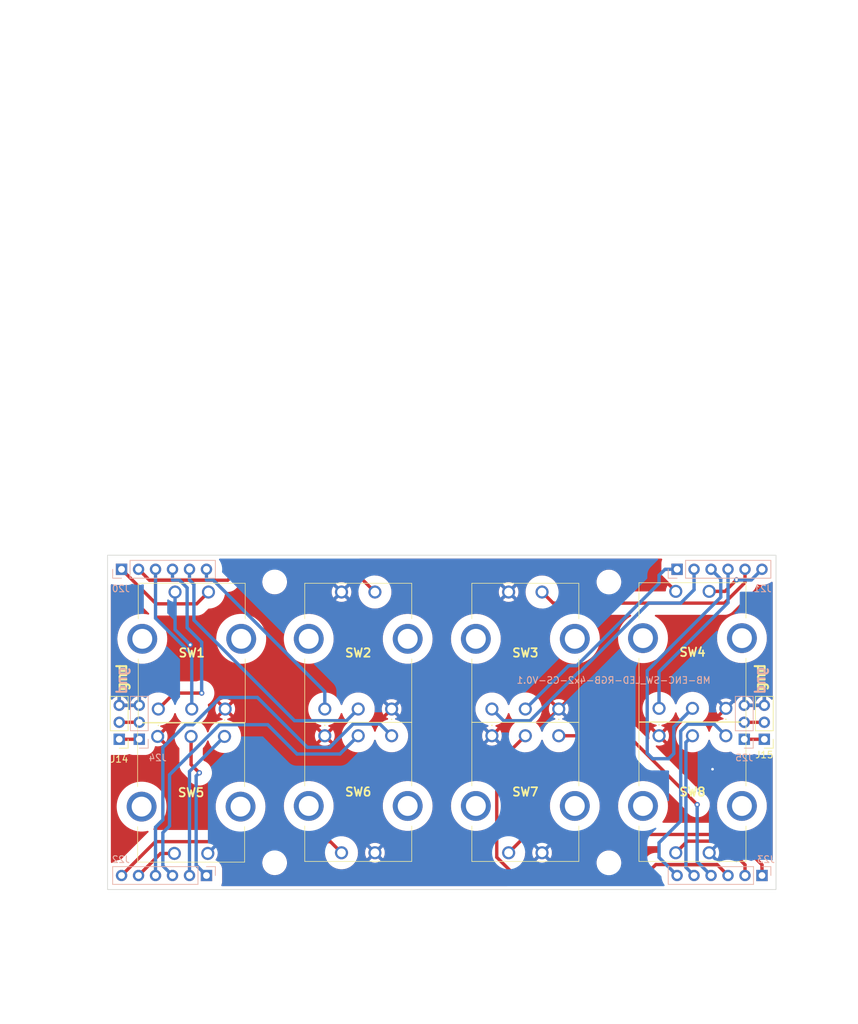
<source format=kicad_pcb>
(kicad_pcb (version 20221018) (generator pcbnew)
  (layers (0 "F.Cu" signal) (31 "B.Cu" signal) (34 "B.Paste" user) (35 "F.Paste" user) (36 "B.SilkS" user "B.Silkscreen") (37 "F.SilkS" user "F.Silkscreen") (38 "B.Mask" user) (39 "F.Mask" user) (44 "Edge.Cuts" user))
  (net 0 "")
  (net 1 "SW1")
  (net 2 "ENC1A")
  (net 3 "ENC1B")
  (net 4 "SW2")
  (net 5 "ENC2A")
  (net 6 "ENC2B")
  (net 7 "SW3")
  (net 8 "ENC3A")
  (net 9 "ENC3B")
  (net 10 "SW4")
  (net 11 "ENC4A")
  (net 12 "ENC4B")
  (net 13 "GND1")
  (net 14 "Net-(J15-Pin_2)")
  (net 15 "SW5")
  (net 16 "ENC5A")
  (net 17 "ENC5B")
  (net 18 "SW6")
  (net 19 "ENC6A")
  (net 20 "ENC6B")
  (net 21 "SW7")
  (net 22 "ENC7A")
  (net 23 "ENC7B")
  (net 24 "SW8")
  (net 25 "Net-(J14-Pin_2)")
  (net 26 "ENC8B")
  (net 27 "ENC8A")
  (net 28 "Net-(J14-Pin_1)")
  (net 29 "Net-(J15-Pin_1)")
  (footprint "ksir 2022:PEC164120FS0012" (layer "F.Cu") (at 167.5 207 180)
    (fp_text reference "SW7" (at 5 -8.4) (layer "F.SilkS") (effects (font (size 1.27 1.27) (thickness 0.254))))
    (fp_text value "PEC16-4XXXF-SXXXX" hide)
    (fp_line (start -3 -18.8) (end -3 -13.5) (stroke (width 0.1)) (layer "F.SilkS"))
    (fp_line (start -3 -7.5) (end -3 2) (stroke (width 0.1)) (layer "F.SilkS"))
    (fp_line (start -3 2) (end 13 2) (stroke (width 0.1)) (layer "F.SilkS"))
    (fp_line (start 0 2.4) (end 0 2.4) (stroke (width 0.1)) (layer "F.SilkS"))
    (fp_line (start 0 2.5) (end 0 2.5) (stroke (width 0.1)) (layer "F.SilkS"))
    (fp_line (start 13 -18.8) (end -3 -18.8) (stroke (width 0.1)) (layer "F.SilkS"))
    (fp_line (start 13 -13.5) (end 13 -18.8) (stroke (width 0.1)) (layer "F.SilkS"))
    (fp_line (start 13 2) (end 13 -7.5) (stroke (width 0.1)) (layer "F.SilkS"))
    (fp_arc (start 0 2.4) (mid 0.05 2.45) (end 0 2.5) (stroke (width 0.1)) (layer "F.SilkS"))
    (fp_arc (start 0 2.5) (mid -0.05 2.45) (end 0 2.4) (stroke (width 0.1)) (layer "F.SilkS"))
    (pad "A" thru_hole circle (at 0 0 180) (size 1.95 1.95) (drill 1.3) (layers "*.Cu" "*.Mask") (net 22 "ENC7A"))
    (pad "B" thru_hole circle (at 5 0 180) (size 1.95 1.95) (drill 1.3) (layers "*.Cu" "*.Mask") (net 23 "ENC7B"))
    (pad "C" thru_hole circle (at 10 0 180) (size 1.95 1.95) (drill 1.3) (layers "*.Cu" "*.Mask") (net 13 "GND1"))
    (pad "MH1" thru_hole circle (at -2.4 -10.5 180) (size 4.46 4.46) (drill 2.9732) (layers "*.Cu" "*.Mask"))
    (pad "MH2" thru_hole circle (at 12.4 -10.5 180) (size 4.46 4.46) (drill 2.9732) (layers "*.Cu" "*.Mask"))
    (pad "S1" thru_hole circle (at 2.5 -17.5 180) (size 1.95 1.95) (drill 1.3) (layers "*.Cu" "*.Mask") (net 13 "GND1"))
    (pad "S2" thru_hole circle (at 7.5 -17.5 180) (size 1.95 1.95) (drill 1.3) (layers "*.Cu" "*.Mask") (net 21 "SW7"))
  )
  (footprint "MountingHole:MountingHole_3.2mm_M3" (layer "F.Cu") (at 175 184)
    (fp_text reference "H15" hide)
    (fp_text value "MountingHole" hide)
    (pad "" np_thru_hole circle (at 0 0) (size 3.2 3.2) (drill 3.2) (layers "*.Cu" "*.Mask"))
  )
  (footprint "Connector_PinHeader_2.54mm:PinHeader_1x03_P2.54mm_Vertical" (layer "F.Cu") (at 198.25 207.525 180)
    (fp_text reference "J15" (at 0 -2.33) (layer "F.SilkS"))
    (fp_text value "Conn_01x06_Pin")
    (fp_line (start -1.33 -1.33) (end 0 -1.33) (stroke (width 0.12)) (layer "F.SilkS"))
    (fp_line (start -1.33 0) (end -1.33 -1.33) (stroke (width 0.12)) (layer "F.SilkS"))
    (fp_line (start -1.33 1.27) (end -1.33 6.41) (stroke (width 0.12)) (layer "F.SilkS"))
    (fp_line (start -1.33 1.27) (end 1.33 1.27) (stroke (width 0.12)) (layer "F.SilkS"))
    (fp_line (start -1.33 6.41) (end 1.33 6.41) (stroke (width 0.12)) (layer "F.SilkS"))
    (fp_line (start 1.33 1.27) (end 1.33 6.41) (stroke (width 0.12)) (layer "F.SilkS"))
    (pad "1" thru_hole rect (at 0 0 180) (size 1.7 1.7) (drill 1) (layers "*.Cu" "*.Mask") (net 29 "Net-(J15-Pin_1)"))
    (pad "2" thru_hole oval (at 0 2.54 180) (size 1.7 1.7) (drill 1) (layers "*.Cu" "*.Mask") (net 14 "Net-(J15-Pin_2)"))
    (pad "3" thru_hole oval (at 0 5.08 180) (size 1.7 1.7) (drill 1) (layers "*.Cu" "*.Mask") (net 13 "GND1"))
  )
  (footprint "ksir 2022:PEC164120FS0012" (layer "F.Cu") (at 117.5 207.1 180)
    (fp_text reference "SW5" (at 5 -8.4) (layer "F.SilkS") (effects (font (size 1.27 1.27) (thickness 0.254))))
    (fp_text value "PEC16-4XXXF-SXXXX" hide)
    (fp_line (start -3 -18.8) (end -3 -13.5) (stroke (width 0.1)) (layer "F.SilkS"))
    (fp_line (start -3 -7.5) (end -3 2) (stroke (width 0.1)) (layer "F.SilkS"))
    (fp_line (start -3 2) (end 13 2) (stroke (width 0.1)) (layer "F.SilkS"))
    (fp_line (start 0 2.4) (end 0 2.4) (stroke (width 0.1)) (layer "F.SilkS"))
    (fp_line (start 0 2.5) (end 0 2.5) (stroke (width 0.1)) (layer "F.SilkS"))
    (fp_line (start 13 -18.8) (end -3 -18.8) (stroke (width 0.1)) (layer "F.SilkS"))
    (fp_line (start 13 -13.5) (end 13 -18.8) (stroke (width 0.1)) (layer "F.SilkS"))
    (fp_line (start 13 2) (end 13 -7.5) (stroke (width 0.1)) (layer "F.SilkS"))
    (fp_arc (start 0 2.4) (mid 0.05 2.45) (end 0 2.5) (stroke (width 0.1)) (layer "F.SilkS"))
    (fp_arc (start 0 2.5) (mid -0.05 2.45) (end 0 2.4) (stroke (width 0.1)) (layer "F.SilkS"))
    (pad "A" thru_hole circle (at 0 0 180) (size 1.95 1.95) (drill 1.3) (layers "*.Cu" "*.Mask") (net 16 "ENC5A"))
    (pad "B" thru_hole circle (at 5 0 180) (size 1.95 1.95) (drill 1.3) (layers "*.Cu" "*.Mask") (net 17 "ENC5B"))
    (pad "C" thru_hole circle (at 10 0 180) (size 1.95 1.95) (drill 1.3) (layers "*.Cu" "*.Mask") (net 13 "GND1"))
    (pad "MH1" thru_hole circle (at -2.4 -10.5 180) (size 4.46 4.46) (drill 2.9732) (layers "*.Cu" "*.Mask"))
    (pad "MH2" thru_hole circle (at 12.4 -10.5 180) (size 4.46 4.46) (drill 2.9732) (layers "*.Cu" "*.Mask"))
    (pad "S1" thru_hole circle (at 2.5 -17.5 180) (size 1.95 1.95) (drill 1.3) (layers "*.Cu" "*.Mask") (net 13 "GND1"))
    (pad "S2" thru_hole circle (at 7.5 -17.5 180) (size 1.95 1.95) (drill 1.3) (layers "*.Cu" "*.Mask") (net 15 "SW5"))
  )
  (footprint "MountingHole:MountingHole_3.2mm_M3" (layer "F.Cu") (at 175 226)
    (fp_text reference "H19" hide)
    (fp_text value "MountingHole" hide)
    (pad "" np_thru_hole circle (at 0 0) (size 3.2 3.2) (drill 3.2) (layers "*.Cu" "*.Mask"))
  )
  (footprint "Connector_PinHeader_2.54mm:PinHeader_1x03_P2.54mm_Vertical" (layer "F.Cu") (at 101.75 207.525 180)
    (fp_text reference "J14" (at 0 -2.975) (layer "F.SilkS"))
    (fp_text value "Conn_01x06_Pin")
    (fp_line (start -1.33 -1.33) (end 0 -1.33) (stroke (width 0.12)) (layer "F.SilkS"))
    (fp_line (start -1.33 0) (end -1.33 -1.33) (stroke (width 0.12)) (layer "F.SilkS"))
    (fp_line (start -1.33 1.27) (end -1.33 6.41) (stroke (width 0.12)) (layer "F.SilkS"))
    (fp_line (start -1.33 1.27) (end 1.33 1.27) (stroke (width 0.12)) (layer "F.SilkS"))
    (fp_line (start -1.33 6.41) (end 1.33 6.41) (stroke (width 0.12)) (layer "F.SilkS"))
    (fp_line (start 1.33 1.27) (end 1.33 6.41) (stroke (width 0.12)) (layer "F.SilkS"))
    (pad "1" thru_hole rect (at 0 0 180) (size 1.7 1.7) (drill 1) (layers "*.Cu" "*.Mask") (net 28 "Net-(J14-Pin_1)"))
    (pad "2" thru_hole oval (at 0 2.54 180) (size 1.7 1.7) (drill 1) (layers "*.Cu" "*.Mask") (net 25 "Net-(J14-Pin_2)"))
    (pad "3" thru_hole oval (at 0 5.08 180) (size 1.7 1.7) (drill 1) (layers "*.Cu" "*.Mask") (net 13 "GND1"))
  )
  (footprint "ksir 2022:PEC164120FS0012" (layer "F.Cu") (at 182.5 202.9)
    (fp_text reference "SW4" (at 5 -8.4) (layer "F.SilkS") (effects (font (size 1.27 1.27) (thickness 0.254))))
    (fp_text value "PEC16-4XXXF-SXXXX" hide)
    (fp_line (start -3 -18.8) (end -3 -13.5) (stroke (width 0.1)) (layer "F.SilkS"))
    (fp_line (start -3 -7.5) (end -3 2) (stroke (width 0.1)) (layer "F.SilkS"))
    (fp_line (start -3 2) (end 13 2) (stroke (width 0.1)) (layer "F.SilkS"))
    (fp_line (start 0 2.4) (end 0 2.4) (stroke (width 0.1)) (layer "F.SilkS"))
    (fp_line (start 0 2.5) (end 0 2.5) (stroke (width 0.1)) (layer "F.SilkS"))
    (fp_line (start 13 -18.8) (end -3 -18.8) (stroke (width 0.1)) (layer "F.SilkS"))
    (fp_line (start 13 -13.5) (end 13 -18.8) (stroke (width 0.1)) (layer "F.SilkS"))
    (fp_line (start 13 2) (end 13 -7.5) (stroke (width 0.1)) (layer "F.SilkS"))
    (fp_arc (start 0 2.4) (mid 0.05 2.45) (end 0 2.5) (stroke (width 0.1)) (layer "F.SilkS"))
    (fp_arc (start 0 2.5) (mid -0.05 2.45) (end 0 2.4) (stroke (width 0.1)) (layer "F.SilkS"))
    (pad "A" thru_hole circle (at 0 0) (size 1.95 1.95) (drill 1.3) (layers "*.Cu" "*.Mask") (net 11 "ENC4A"))
    (pad "B" thru_hole circle (at 5 0) (size 1.95 1.95) (drill 1.3) (layers "*.Cu" "*.Mask") (net 12 "ENC4B"))
    (pad "C" thru_hole circle (at 10 0) (size 1.95 1.95) (drill 1.3) (layers "*.Cu" "*.Mask") (net 13 "GND1"))
    (pad "MH1" thru_hole circle (at -2.4 -10.5) (size 4.46 4.46) (drill 2.9732) (layers "*.Cu" "*.Mask"))
    (pad "MH2" thru_hole circle (at 12.4 -10.5) (size 4.46 4.46) (drill 2.9732) (layers "*.Cu" "*.Mask"))
    (pad "S1" thru_hole circle (at 2.5 -17.5) (size 1.95 1.95) (drill 1.3) (layers "*.Cu" "*.Mask") (net 13 "GND1"))
    (pad "S2" thru_hole circle (at 7.5 -17.5) (size 1.95 1.95) (drill 1.3) (layers "*.Cu" "*.Mask") (net 10 "SW4"))
  )
  (footprint "ksir 2022:PEC164120FS0012" (layer "F.Cu") (at 157.5 203)
    (fp_text reference "SW3" (at 5 -8.4) (layer "F.SilkS") (effects (font (size 1.27 1.27) (thickness 0.254))))
    (fp_text value "PEC16-4XXXF-SXXXX" hide)
    (fp_line (start -3 -18.8) (end -3 -13.5) (stroke (width 0.1)) (layer "F.SilkS"))
    (fp_line (start -3 -7.5) (end -3 2) (stroke (width 0.1)) (layer "F.SilkS"))
    (fp_line (start -3 2) (end 13 2) (stroke (width 0.1)) (layer "F.SilkS"))
    (fp_line (start 0 2.4) (end 0 2.4) (stroke (width 0.1)) (layer "F.SilkS"))
    (fp_line (start 0 2.5) (end 0 2.5) (stroke (width 0.1)) (layer "F.SilkS"))
    (fp_line (start 13 -18.8) (end -3 -18.8) (stroke (width 0.1)) (layer "F.SilkS"))
    (fp_line (start 13 -13.5) (end 13 -18.8) (stroke (width 0.1)) (layer "F.SilkS"))
    (fp_line (start 13 2) (end 13 -7.5) (stroke (width 0.1)) (layer "F.SilkS"))
    (fp_arc (start 0 2.4) (mid 0.05 2.45) (end 0 2.5) (stroke (width 0.1)) (layer "F.SilkS"))
    (fp_arc (start 0 2.5) (mid -0.05 2.45) (end 0 2.4) (stroke (width 0.1)) (layer "F.SilkS"))
    (pad "A" thru_hole circle (at 0 0) (size 1.95 1.95) (drill 1.3) (layers "*.Cu" "*.Mask") (net 8 "ENC3A"))
    (pad "B" thru_hole circle (at 5 0) (size 1.95 1.95) (drill 1.3) (layers "*.Cu" "*.Mask") (net 9 "ENC3B"))
    (pad "C" thru_hole circle (at 10 0) (size 1.95 1.95) (drill 1.3) (layers "*.Cu" "*.Mask") (net 13 "GND1"))
    (pad "MH1" thru_hole circle (at -2.4 -10.5) (size 4.46 4.46) (drill 2.9732) (layers "*.Cu" "*.Mask"))
    (pad "MH2" thru_hole circle (at 12.4 -10.5) (size 4.46 4.46) (drill 2.9732) (layers "*.Cu" "*.Mask"))
    (pad "S1" thru_hole circle (at 2.5 -17.5) (size 1.95 1.95) (drill 1.3) (layers "*.Cu" "*.Mask") (net 13 "GND1"))
    (pad "S2" thru_hole circle (at 7.5 -17.5) (size 1.95 1.95) (drill 1.3) (layers "*.Cu" "*.Mask") (net 7 "SW3"))
  )
  (footprint "ksir 2022:PEC164120FS0012" (layer "F.Cu") (at 142.5 207 180)
    (fp_text reference "SW6" (at 5 -8.4) (layer "F.SilkS") (effects (font (size 1.27 1.27) (thickness 0.254))))
    (fp_text value "PEC16-4XXXF-SXXXX" hide)
    (fp_line (start -3 -18.8) (end -3 -13.5) (stroke (width 0.1)) (layer "F.SilkS"))
    (fp_line (start -3 -7.5) (end -3 2) (stroke (width 0.1)) (layer "F.SilkS"))
    (fp_line (start -3 2) (end 13 2) (stroke (width 0.1)) (layer "F.SilkS"))
    (fp_line (start 0 2.4) (end 0 2.4) (stroke (width 0.1)) (layer "F.SilkS"))
    (fp_line (start 0 2.5) (end 0 2.5) (stroke (width 0.1)) (layer "F.SilkS"))
    (fp_line (start 13 -18.8) (end -3 -18.8) (stroke (width 0.1)) (layer "F.SilkS"))
    (fp_line (start 13 -13.5) (end 13 -18.8) (stroke (width 0.1)) (layer "F.SilkS"))
    (fp_line (start 13 2) (end 13 -7.5) (stroke (width 0.1)) (layer "F.SilkS"))
    (fp_arc (start 0 2.4) (mid 0.05 2.45) (end 0 2.5) (stroke (width 0.1)) (layer "F.SilkS"))
    (fp_arc (start 0 2.5) (mid -0.05 2.45) (end 0 2.4) (stroke (width 0.1)) (layer "F.SilkS"))
    (pad "A" thru_hole circle (at 0 0 180) (size 1.95 1.95) (drill 1.3) (layers "*.Cu" "*.Mask") (net 19 "ENC6A"))
    (pad "B" thru_hole circle (at 5 0 180) (size 1.95 1.95) (drill 1.3) (layers "*.Cu" "*.Mask") (net 20 "ENC6B"))
    (pad "C" thru_hole circle (at 10 0 180) (size 1.95 1.95) (drill 1.3) (layers "*.Cu" "*.Mask") (net 13 "GND1"))
    (pad "MH1" thru_hole circle (at -2.4 -10.5 180) (size 4.46 4.46) (drill 2.9732) (layers "*.Cu" "*.Mask"))
    (pad "MH2" thru_hole circle (at 12.4 -10.5 180) (size 4.46 4.46) (drill 2.9732) (layers "*.Cu" "*.Mask"))
    (pad "S1" thru_hole circle (at 2.5 -17.5 180) (size 1.95 1.95) (drill 1.3) (layers "*.Cu" "*.Mask") (net 13 "GND1"))
    (pad "S2" thru_hole circle (at 7.5 -17.5 180) (size 1.95 1.95) (drill 1.3) (layers "*.Cu" "*.Mask") (net 18 "SW6"))
  )
  (footprint "MountingHole:MountingHole_3.2mm_M3" (layer "F.Cu") (at 125 226)
    (fp_text reference "H17" hide)
    (fp_text value "MountingHole" hide)
    (pad "" np_thru_hole circle (at 0 0) (size 3.2 3.2) (drill 3.2) (layers "*.Cu" "*.Mask"))
  )
  (footprint "ksir 2022:PEC164120FS0012" (layer "F.Cu") (at 107.6 203)
    (fp_text reference "SW1" (at 5 -8.4) (layer "F.SilkS") (effects (font (size 1.27 1.27) (thickness 0.254))))
    (fp_text value "PEC16-4XXXF-SXXXX" hide)
    (fp_line (start -3 -18.8) (end -3 -13.5) (stroke (width 0.1)) (layer "F.SilkS"))
    (fp_line (start -3 -7.5) (end -3 2) (stroke (width 0.1)) (layer "F.SilkS"))
    (fp_line (start -3 2) (end 13 2) (stroke (width 0.1)) (layer "F.SilkS"))
    (fp_line (start 0 2.4) (end 0 2.4) (stroke (width 0.1)) (layer "F.SilkS"))
    (fp_line (start 0 2.5) (end 0 2.5) (stroke (width 0.1)) (layer "F.SilkS"))
    (fp_line (start 13 -18.8) (end -3 -18.8) (stroke (width 0.1)) (layer "F.SilkS"))
    (fp_line (start 13 -13.5) (end 13 -18.8) (stroke (width 0.1)) (layer "F.SilkS"))
    (fp_line (start 13 2) (end 13 -7.5) (stroke (width 0.1)) (layer "F.SilkS"))
    (fp_arc (start 0 2.4) (mid 0.05 2.45) (end 0 2.5) (stroke (width 0.1)) (layer "F.SilkS"))
    (fp_arc (start 0 2.5) (mid -0.05 2.45) (end 0 2.4) (stroke (width 0.1)) (layer "F.SilkS"))
    (pad "A" thru_hole circle (at 0 0) (size 1.95 1.95) (drill 1.3) (layers "*.Cu" "*.Mask") (net 2 "ENC1A"))
    (pad "B" thru_hole circle (at 5 0) (size 1.95 1.95) (drill 1.3) (layers "*.Cu" "*.Mask") (net 3 "ENC1B"))
    (pad "C" thru_hole circle (at 10 0) (size 1.95 1.95) (drill 1.3) (layers "*.Cu" "*.Mask") (net 13 "GND1"))
    (pad "MH1" thru_hole circle (at -2.4 -10.5) (size 4.46 4.46) (drill 2.9732) (layers "*.Cu" "*.Mask"))
    (pad "MH2" thru_hole circle (at 12.4 -10.5) (size 4.46 4.46) (drill 2.9732) (layers "*.Cu" "*.Mask"))
    (pad "S1" thru_hole circle (at 2.5 -17.5) (size 1.95 1.95) (drill 1.3) (layers "*.Cu" "*.Mask") (net 13 "GND1"))
    (pad "S2" thru_hole circle (at 7.5 -17.5) (size 1.95 1.95) (drill 1.3) (layers "*.Cu" "*.Mask") (net 1 "SW1"))
  )
  (footprint "ksir 2022:PEC164120FS0012" (layer "F.Cu") (at 192.5 207 180)
    (fp_text reference "SW8" (at 5 -8.4) (layer "F.SilkS") (effects (font (size 1.27 1.27) (thickness 0.254))))
    (fp_text value "PEC16-4XXXF-SXXXX" hide)
    (fp_line (start -3 -18.8) (end -3 -13.5) (stroke (width 0.1)) (layer "F.SilkS"))
    (fp_line (start -3 -7.5) (end -3 2) (stroke (width 0.1)) (layer "F.SilkS"))
    (fp_line (start -3 2) (end 13 2) (stroke (width 0.1)) (layer "F.SilkS"))
    (fp_line (start 0 2.4) (end 0 2.4) (stroke (width 0.1)) (layer "F.SilkS"))
    (fp_line (start 0 2.5) (end 0 2.5) (stroke (width 0.1)) (layer "F.SilkS"))
    (fp_line (start 13 -18.8) (end -3 -18.8) (stroke (width 0.1)) (layer "F.SilkS"))
    (fp_line (start 13 -13.5) (end 13 -18.8) (stroke (width 0.1)) (layer "F.SilkS"))
    (fp_line (start 13 2) (end 13 -7.5) (stroke (width 0.1)) (layer "F.SilkS"))
    (fp_arc (start 0 2.4) (mid 0.05 2.45) (end 0 2.5) (stroke (width 0.1)) (layer "F.SilkS"))
    (fp_arc (start 0 2.5) (mid -0.05 2.45) (end 0 2.4) (stroke (width 0.1)) (layer "F.SilkS"))
    (pad "A" thru_hole circle (at 0 0 180) (size 1.95 1.95) (drill 1.3) (layers "*.Cu" "*.Mask") (net 27 "ENC8A"))
    (pad "B" thru_hole circle (at 5 0 180) (size 1.95 1.95) (drill 1.3) (layers "*.Cu" "*.Mask") (net 26 "ENC8B"))
    (pad "C" thru_hole circle (at 10 0 180) (size 1.95 1.95) (drill 1.3) (layers "*.Cu" "*.Mask") (net 13 "GND1"))
    (pad "MH1" thru_hole circle (at -2.4 -10.5 180) (size 4.46 4.46) (drill 2.9732) (layers "*.Cu" "*.Mask"))
    (pad "MH2" thru_hole circle (at 12.4 -10.5 180) (size 4.46 4.46) (drill 2.9732) (layers "*.Cu" "*.Mask"))
    (pad "S1" thru_hole circle (at 2.5 -17.5 180) (size 1.95 1.95) (drill 1.3) (layers "*.Cu" "*.Mask") (net 13 "GND1"))
    (pad "S2" thru_hole circle (at 7.5 -17.5 180) (size 1.95 1.95) (drill 1.3) (layers "*.Cu" "*.Mask") (net 24 "SW8"))
  )
  (footprint "ksir 2022:PEC164120FS0012" (layer "F.Cu") (at 132.5 203)
    (fp_text reference "SW2" (at 5 -8.4) (layer "F.SilkS") (effects (font (size 1.27 1.27) (thickness 0.254))))
    (fp_text value "PEC16-4XXXF-SXXXX" hide)
    (fp_line (start -3 -18.8) (end -3 -13.5) (stroke (width 0.1)) (layer "F.SilkS"))
    (fp_line (start -3 -7.5) (end -3 2) (stroke (width 0.1)) (layer "F.SilkS"))
    (fp_line (start -3 2) (end 13 2) (stroke (width 0.1)) (layer "F.SilkS"))
    (fp_line (start 0 2.4) (end 0 2.4) (stroke (width 0.1)) (layer "F.SilkS"))
    (fp_line (start 0 2.5) (end 0 2.5) (stroke (width 0.1)) (layer "F.SilkS"))
    (fp_line (start 13 -18.8) (end -3 -18.8) (stroke (width 0.1)) (layer "F.SilkS"))
    (fp_line (start 13 -13.5) (end 13 -18.8) (stroke (width 0.1)) (layer "F.SilkS"))
    (fp_line (start 13 2) (end 13 -7.5) (stroke (width 0.1)) (layer "F.SilkS"))
    (fp_arc (start 0 2.4) (mid 0.05 2.45) (end 0 2.5) (stroke (width 0.1)) (layer "F.SilkS"))
    (fp_arc (start 0 2.5) (mid -0.05 2.45) (end 0 2.4) (stroke (width 0.1)) (layer "F.SilkS"))
    (pad "A" thru_hole circle (at 0 0) (size 1.95 1.95) (drill 1.3) (layers "*.Cu" "*.Mask") (net 5 "ENC2A"))
    (pad "B" thru_hole circle (at 5 0) (size 1.95 1.95) (drill 1.3) (layers "*.Cu" "*.Mask") (net 6 "ENC2B"))
    (pad "C" thru_hole circle (at 10 0) (size 1.95 1.95) (drill 1.3) (layers "*.Cu" "*.Mask") (net 13 "GND1"))
    (pad "MH1" thru_hole circle (at -2.4 -10.5) (size 4.46 4.46) (drill 2.9732) (layers "*.Cu" "*.Mask"))
    (pad "MH2" thru_hole circle (at 12.4 -10.5) (size 4.46 4.46) (drill 2.9732) (layers "*.Cu" "*.Mask"))
    (pad "S1" thru_hole circle (at 2.5 -17.5) (size 1.95 1.95) (drill 1.3) (layers "*.Cu" "*.Mask") (net 13 "GND1"))
    (pad "S2" thru_hole circle (at 7.5 -17.5) (size 1.95 1.95) (drill 1.3) (layers "*.Cu" "*.Mask") (net 4 "SW2"))
  )
  (footprint "MountingHole:MountingHole_3.2mm_M3" (layer "F.Cu") (at 125 184)
    (fp_text reference "H13" hide)
    (fp_text value "MountingHole" hide)
    (pad "" np_thru_hole circle (at 0 0) (size 3.2 3.2) (drill 3.2) (layers "*.Cu" "*.Mask"))
  )
  (footprint "Connector_PinSocket_2.54mm:PinSocket_1x06_P2.54mm_Vertical" (layer "B.Cu") (at 197.9 227.9 90)
    (fp_text reference "J23" (at 2.4 0.6 180) (layer "B.SilkS") (effects (justify mirror)))
    (fp_text value "Conn_01x06_Socket" hide)
    (fp_line (start -1.33 -14.03) (end 1.33 -14.03) (stroke (width 0.12)) (layer "B.SilkS"))
    (fp_line (start -1.33 -1.27) (end -1.33 -14.03) (stroke (width 0.12)) (layer "B.SilkS"))
    (fp_line (start -1.33 -1.27) (end 1.33 -1.27) (stroke (width 0.12)) (layer "B.SilkS"))
    (fp_line (start 0 1.33) (end 1.33 1.33) (stroke (width 0.12)) (layer "B.SilkS"))
    (fp_line (start 1.33 -1.27) (end 1.33 -14.03) (stroke (width 0.12)) (layer "B.SilkS"))
    (fp_line (start 1.33 1.33) (end 1.33 0) (stroke (width 0.12)) (layer "B.SilkS"))
    (pad "1" thru_hole rect (at 0 0 90) (size 1.7 1.7) (drill 1) (layers "*.Cu" "*.Mask") (net 21 "SW7"))
    (pad "2" thru_hole oval (at 0 -2.54 90) (size 1.7 1.7) (drill 1) (layers "*.Cu" "*.Mask") (net 24 "SW8"))
    (pad "3" thru_hole oval (at 0 -5.08 90) (size 1.7 1.7) (drill 1) (layers "*.Cu" "*.Mask") (net 23 "ENC7B"))
    (pad "4" thru_hole oval (at 0 -7.62 90) (size 1.7 1.7) (drill 1) (layers "*.Cu" "*.Mask") (net 22 "ENC7A"))
    (pad "5" thru_hole oval (at 0 -10.16 90) (size 1.7 1.7) (drill 1) (layers "*.Cu" "*.Mask") (net 26 "ENC8B"))
    (pad "6" thru_hole oval (at 0 -12.7 90) (size 1.7 1.7) (drill 1) (layers "*.Cu" "*.Mask") (net 27 "ENC8A"))
  )
  (footprint "Connector_PinSocket_2.54mm:PinSocket_1x03_P2.54mm_Vertical" (layer "B.Cu") (at 195.25 207.525)
    (fp_text reference "J25" (at 0 2.77) (layer "B.SilkS") (effects (justify mirror)))
    (fp_text value "Conn_01x06_Socket")
    (fp_line (start -1.33 -6.41) (end 1.33 -6.41) (stroke (width 0.12)) (layer "B.SilkS"))
    (fp_line (start -1.33 -1.27) (end -1.33 -6.41) (stroke (width 0.12)) (layer "B.SilkS"))
    (fp_line (start -1.33 -1.27) (end 1.33 -1.27) (stroke (width 0.12)) (layer "B.SilkS"))
    (fp_line (start 0 1.33) (end 1.33 1.33) (stroke (width 0.12)) (layer "B.SilkS"))
    (fp_line (start 1.33 -1.27) (end 1.33 -6.41) (stroke (width 0.12)) (layer "B.SilkS"))
    (fp_line (start 1.33 1.33) (end 1.33 0) (stroke (width 0.12)) (layer "B.SilkS"))
    (pad "1" thru_hole rect (at 0 0) (size 1.7 1.7) (drill 1) (layers "*.Cu" "*.Mask") (net 29 "Net-(J15-Pin_1)"))
    (pad "2" thru_hole oval (at 0 -2.54) (size 1.7 1.7) (drill 1) (layers "*.Cu" "*.Mask") (net 14 "Net-(J15-Pin_2)"))
    (pad "3" thru_hole oval (at 0 -5.08) (size 1.7 1.7) (drill 1) (layers "*.Cu" "*.Mask") (net 13 "GND1"))
  )
  (footprint "Connector_PinSocket_2.54mm:PinSocket_1x06_P2.54mm_Vertical" (layer "B.Cu") (at 185.2 182.1 -90)
    (fp_text reference "J21" (at 2.9 -12.8 -180) (layer "B.SilkS") (effects (justify mirror)))
    (fp_text value "Conn_01x06_Socket" hide)
    (fp_line (start -1.33 -14.03) (end 1.33 -14.03) (stroke (width 0.12)) (layer "B.SilkS"))
    (fp_line (start -1.33 -1.27) (end -1.33 -14.03) (stroke (width 0.12)) (layer "B.SilkS"))
    (fp_line (start -1.33 -1.27) (end 1.33 -1.27) (stroke (width 0.12)) (layer "B.SilkS"))
    (fp_line (start 0 1.33) (end 1.33 1.33) (stroke (width 0.12)) (layer "B.SilkS"))
    (fp_line (start 1.33 -1.27) (end 1.33 -14.03) (stroke (width 0.12)) (layer "B.SilkS"))
    (fp_line (start 1.33 1.33) (end 1.33 0) (stroke (width 0.12)) (layer "B.SilkS"))
    (pad "1" thru_hole rect (at 0 0 270) (size 1.7 1.7) (drill 1) (layers "*.Cu" "*.Mask") (net 9 "ENC3B"))
    (pad "2" thru_hole oval (at 0 -2.54 270) (size 1.7 1.7) (drill 1) (layers "*.Cu" "*.Mask") (net 8 "ENC3A"))
    (pad "3" thru_hole oval (at 0 -5.08 270) (size 1.7 1.7) (drill 1) (layers "*.Cu" "*.Mask") (net 12 "ENC4B"))
    (pad "4" thru_hole oval (at 0 -7.62 270) (size 1.7 1.7) (drill 1) (layers "*.Cu" "*.Mask") (net 11 "ENC4A"))
    (pad "5" thru_hole oval (at 0 -10.16 270) (size 1.7 1.7) (drill 1) (layers "*.Cu" "*.Mask") (net 7 "SW3"))
    (pad "6" thru_hole oval (at 0 -12.7 270) (size 1.7 1.7) (drill 1) (layers "*.Cu" "*.Mask") (net 10 "SW4"))
  )
  (footprint "Connector_PinSocket_2.54mm:PinSocket_1x06_P2.54mm_Vertical" (layer "B.Cu") (at 114.8 227.9 90)
    (fp_text reference "J22" (at 2.4 -12.8 180) (layer "B.SilkS") (effects (justify mirror)))
    (fp_text value "Conn_01x06_Socket" hide)
    (fp_line (start -1.33 -14.03) (end 1.33 -14.03) (stroke (width 0.12)) (layer "B.SilkS"))
    (fp_line (start -1.33 -1.27) (end -1.33 -14.03) (stroke (width 0.12)) (layer "B.SilkS"))
    (fp_line (start -1.33 -1.27) (end 1.33 -1.27) (stroke (width 0.12)) (layer "B.SilkS"))
    (fp_line (start 0 1.33) (end 1.33 1.33) (stroke (width 0.12)) (layer "B.SilkS"))
    (fp_line (start 1.33 -1.27) (end 1.33 -14.03) (stroke (width 0.12)) (layer "B.SilkS"))
    (fp_line (start 1.33 1.33) (end 1.33 0) (stroke (width 0.12)) (layer "B.SilkS"))
    (pad "1" thru_hole rect (at 0 0 90) (size 1.7 1.7) (drill 1) (layers "*.Cu" "*.Mask") (net 17 "ENC5B"))
    (pad "2" thru_hole oval (at 0 -2.54 90) (size 1.7 1.7) (drill 1) (layers "*.Cu" "*.Mask") (net 16 "ENC5A"))
    (pad "3" thru_hole oval (at 0 -5.08 90) (size 1.7 1.7) (drill 1) (layers "*.Cu" "*.Mask") (net 20 "ENC6B"))
    (pad "4" thru_hole oval (at 0 -7.62 90) (size 1.7 1.7) (drill 1) (layers "*.Cu" "*.Mask") (net 19 "ENC6A"))
    (pad "5" thru_hole oval (at 0 -10.16 90) (size 1.7 1.7) (drill 1) (layers "*.Cu" "*.Mask") (net 15 "SW5"))
    (pad "6" thru_hole oval (at 0 -12.7 90) (size 1.7 1.7) (drill 1) (layers "*.Cu" "*.Mask") (net 18 "SW6"))
  )
  (footprint "Connector_PinSocket_2.54mm:PinSocket_1x03_P2.54mm_Vertical" (layer "B.Cu") (at 104.75 207.52)
    (fp_text reference "J24" (at 2.75 2.77) (layer "B.SilkS") (effects (justify mirror)))
    (fp_text value "Conn_01x06_Socket")
    (fp_line (start -1.33 -6.41) (end 1.33 -6.41) (stroke (width 0.12)) (layer "B.SilkS"))
    (fp_line (start -1.33 -1.27) (end -1.33 -6.41) (stroke (width 0.12)) (layer "B.SilkS"))
    (fp_line (start -1.33 -1.27) (end 1.33 -1.27) (stroke (width 0.12)) (layer "B.SilkS"))
    (fp_line (start 0 1.33) (end 1.33 1.33) (stroke (width 0.12)) (layer "B.SilkS"))
    (fp_line (start 1.33 -1.27) (end 1.33 -6.41) (stroke (width 0.12)) (layer "B.SilkS"))
    (fp_line (start 1.33 1.33) (end 1.33 0) (stroke (width 0.12)) (layer "B.SilkS"))
    (pad "1" thru_hole rect (at 0 0) (size 1.7 1.7) (drill 1) (layers "*.Cu" "*.Mask") (net 28 "Net-(J14-Pin_1)"))
    (pad "2" thru_hole oval (at 0 -2.54) (size 1.7 1.7) (drill 1) (layers "*.Cu" "*.Mask") (net 25 "Net-(J14-Pin_2)"))
    (pad "3" thru_hole oval (at 0 -5.08) (size 1.7 1.7) (drill 1) (layers "*.Cu" "*.Mask") (net 13 "GND1"))
  )
  (footprint "Connector_PinSocket_2.54mm:PinSocket_1x06_P2.54mm_Vertical" (layer "B.Cu") (at 102.1 182.1 -90)
    (fp_text reference "J20" (at 2.9 0.1 -180) (layer "B.SilkS") (effects (justify mirror)))
    (fp_text value "Conn_01x06_Socket" hide)
    (fp_line (start -1.33 -14.03) (end 1.33 -14.03) (stroke (width 0.12)) (layer "B.SilkS"))
    (fp_line (start -1.33 -1.27) (end -1.33 -14.03) (stroke (width 0.12)) (layer "B.SilkS"))
    (fp_line (start -1.33 -1.27) (end 1.33 -1.27) (stroke (width 0.12)) (layer "B.SilkS"))
    (fp_line (start 0 1.33) (end 1.33 1.33) (stroke (width 0.12)) (layer "B.SilkS"))
    (fp_line (start 1.33 -1.27) (end 1.33 -14.03) (stroke (width 0.12)) (layer "B.SilkS"))
    (fp_line (start 1.33 1.33) (end 1.33 0) (stroke (width 0.12)) (layer "B.SilkS"))
    (pad "1" thru_hole rect (at 0 0 270) (size 1.7 1.7) (drill 1) (layers "*.Cu" "*.Mask") (net 1 "SW1"))
    (pad "2" thru_hole oval (at 0 -2.54 270) (size 1.7 1.7) (drill 1) (layers "*.Cu" "*.Mask") (net 4 "SW2"))
    (pad "3" thru_hole oval (at 0 -5.08 270) (size 1.7 1.7) (drill 1) (layers "*.Cu" "*.Mask") (net 3 "ENC1B"))
    (pad "4" thru_hole oval (at 0 -7.62 270) (size 1.7 1.7) (drill 1) (layers "*.Cu" "*.Mask") (net 2 "ENC1A"))
    (pad "5" thru_hole oval (at 0 -10.16 270) (size 1.7 1.7) (drill 1) (layers "*.Cu" "*.Mask") (net 6 "ENC2B"))
    (pad "6" thru_hole oval (at 0 -12.7 270) (size 1.7 1.7) (drill 1) (layers "*.Cu" "*.Mask") (net 5 "ENC2A"))
  )
  (gr_poly (pts (xy 200 230) (xy 100 230) (xy 100 180) (xy 200 180)) (stroke (width 0.1)) (fill none) (layer "Edge.Cuts"))
  (gr_text "gnd" (at 198.5 196.5 90) (layer "B.SilkS") (effects (font (size 1.5 1.5) (thickness 0.3) bold) (justify left bottom mirror)))
  (gr_text "gnd" (at 103 196.5 90) (layer "B.SilkS") (effects (font (size 1.5 1.5) (thickness 0.3) bold) (justify left bottom mirror)))
  (gr_text "MB-ENC-SW_LED-RGB-4x2-CS-V0.1" (at 175.7 198.7) (layer "B.SilkS") (effects (font (size 1 1)) (justify mirror)))
  (gr_text "gnd" (at 198.5 200.5 90) (layer "F.SilkS") (effects (font (size 1.5 1.5) (thickness 0.3) bold) (justify left bottom)))
  (gr_text "gnd" (at 103 200.5 90) (layer "F.SilkS") (effects (font (size 1.5 1.5) (thickness 0.3) bold) (justify left bottom)))
  (segment (start 102.1 182.1) (end 107.2684 187.2684) (width 0.5) (layer "F.Cu") (net 1))
  (segment (start 113.3316 187.2684) (end 115.1 185.5) (width 0.5) (layer "F.Cu") (net 1))
  (segment (start 107.2684 187.2684) (end 113.3316 187.2684) (width 0.5) (layer "F.Cu") (net 1))
  (segment (start 109.9839 200.6161) (end 114.0828 200.6161) (width 0.5) (layer "F.Cu") (net 2))
  (segment (start 107.6 203) (end 109.9839 200.6161) (width 0.5) (layer "F.Cu") (net 2))
  (via (at 114.0828 200.6161) (size 0.8) (drill 0.4) (layers "F.Cu" "B.Cu") (net 2))
  (segment (start 111.9066 190.8359) (end 111.9066 184.8667) (width 0.5) (layer "B.Cu") (net 2))
  (segment (start 110.74 183.7001) (end 109.72 183.7001) (width 0.5) (layer "B.Cu") (net 2))
  (segment (start 111.9066 184.8667) (end 110.74 183.7001) (width 0.5) (layer "B.Cu") (net 2))
  (segment (start 114.0828 200.6161) (end 114.0828 193.0121) (width 0.5) (layer "B.Cu") (net 2))
  (segment (start 114.0828 193.0121) (end 111.9066 190.8359) (width 0.5) (layer "B.Cu") (net 2))
  (segment (start 109.72 182.1) (end 109.72 183.7001) (width 0.5) (layer "B.Cu") (net 2))
  (segment (start 107.18 182.1) (end 107.18 189.411375) (width 0.5) (layer "B.Cu") (net 3))
  (segment (start 112.6 194.831375) (end 112.6 203) (width 0.5) (layer "B.Cu") (net 3))
  (segment (start 107.18 189.411375) (end 112.6 194.831375) (width 0.5) (layer "B.Cu") (net 3))
  (segment (start 104.64 182.1) (end 106.2775 183.7375) (width 0.5) (layer "F.Cu") (net 4))
  (segment (start 117.9792 183.7375) (end 120.0688 181.6479) (width 0.5) (layer "F.Cu") (net 4))
  (segment (start 136.1479 181.6479) (end 140 185.5) (width 0.5) (layer "F.Cu") (net 4))
  (segment (start 120.0688 181.6479) (end 136.1479 181.6479) (width 0.5) (layer "F.Cu") (net 4))
  (segment (start 106.2775 183.7375) (end 117.9792 183.7375) (width 0.5) (layer "F.Cu") (net 4))
  (segment (start 115.8001 183.7001) (end 132.5 200.4) (width 0.5) (layer "B.Cu") (net 5))
  (segment (start 114.8 182.1) (end 114.8 183.7001) (width 0.5) (layer "B.Cu") (net 5))
  (segment (start 114.8 183.7001) (end 115.8001 183.7001) (width 0.5) (layer "B.Cu") (net 5))
  (segment (start 132.5 200.4) (end 132.5 203) (width 0.5) (layer "B.Cu") (net 5))
  (segment (start 137.5 203) (end 135.7501 204.7499) (width 0.5) (layer "B.Cu") (net 6))
  (segment (start 112.923 189.6996) (end 112.923 184.3631) (width 0.5) (layer "B.Cu") (net 6))
  (segment (start 127.9733 204.7499) (end 112.923 189.6996) (width 0.5) (layer "B.Cu") (net 6))
  (segment (start 112.26 182.1) (end 112.26 183.7001) (width 0.5) (layer "B.Cu") (net 6))
  (segment (start 135.7501 204.7499) (end 127.9733 204.7499) (width 0.5) (layer "B.Cu") (net 6))
  (segment (start 112.923 184.3631) (end 112.26 183.7001) (width 0.5) (layer "B.Cu") (net 6))
  (segment (start 166.6616 187.1616) (end 192.2783 187.1616) (width 0.5) (layer "F.Cu") (net 7))
  (segment (start 195.36 184.0799) (end 195.36 183.7001) (width 0.5) (layer "F.Cu") (net 7))
  (segment (start 165 185.5) (end 166.6616 187.1616) (width 0.5) (layer "F.Cu") (net 7))
  (segment (start 195.36 182.1) (end 195.36 183.7001) (width 0.5) (layer "F.Cu") (net 7))
  (segment (start 192.2783 187.1616) (end 195.36 184.0799) (width 0.5) (layer "F.Cu") (net 7))
  (segment (start 187.74 182.1) (end 187.74 185.1671) (width 0.5) (layer "B.Cu") (net 8))
  (segment (start 187.74 185.1671) (end 185.7512 187.1559) (width 0.5) (layer "B.Cu") (net 8))
  (segment (start 185.7512 187.1559) (end 180.9586 187.1559) (width 0.5) (layer "B.Cu") (net 8))
  (segment (start 170.5913 197.5232) (end 170.4268 197.5232) (width 0.5) (layer "B.Cu") (net 8))
  (segment (start 170.4268 197.5232) (end 163.2 204.75) (width 0.5) (layer "B.Cu") (net 8))
  (segment (start 159.25 204.75) (end 157.5 203) (width 0.5) (layer "B.Cu") (net 8))
  (segment (start 180.9586 187.1559) (end 170.5913 197.5232) (width 0.5) (layer "B.Cu") (net 8))
  (segment (start 163.2 204.75) (end 159.25 204.75) (width 0.5) (layer "B.Cu") (net 8))
  (segment (start 182.5 183) (end 182.5 184.2) (width 0.5) (layer "B.Cu") (net 9))
  (segment (start 183.4 182.1) (end 182.5 183) (width 0.5) (layer "B.Cu") (net 9))
  (segment (start 170.1769 196.5231) (end 168.9769 196.5231) (width 0.5) (layer "B.Cu") (net 9))
  (segment (start 182.5 184.2) (end 170.1769 196.5231) (width 0.5) (layer "B.Cu") (net 9))
  (segment (start 168.9769 196.5231) (end 162.5 203) (width 0.5) (layer "B.Cu") (net 9))
  (segment (start 185.2 182.1) (end 183.4 182.1) (width 0.5) (layer "B.Cu") (net 9))
  (segment (start 192.3686 185.4) (end 190 185.4) (width 0.5) (layer "F.Cu") (net 10))
  (segment (start 194.09 183.6786) (end 192.3686 185.4) (width 0.5) (layer "F.Cu") (net 10))
  (via (at 194.09 183.6786) (size 0.8) (drill 0.4) (layers "F.Cu" "B.Cu") (net 10))
  (segment (start 194.1116 183.7002) (end 194.09 183.6786) (width 0.5) (layer "B.Cu") (net 10))
  (segment (start 197.9 182.1) (end 196.2998 183.7002) (width 0.5) (layer "B.Cu") (net 10))
  (segment (start 196.2998 183.7002) (end 194.1116 183.7002) (width 0.5) (layer "B.Cu") (net 10))
  (segment (start 182.5 202.9) (end 182.5 197.4231) (width 0.5) (layer "B.Cu") (net 11))
  (segment (start 192.82 187.1031) (end 192.82 183.7001) (width 0.5) (layer "B.Cu") (net 11))
  (segment (start 192.82 182.1) (end 192.82 183.7001) (width 0.5) (layer "B.Cu") (net 11))
  (segment (start 182.5 197.4231) (end 192.82 187.1031) (width 0.5) (layer "B.Cu") (net 11))
  (segment (start 183.94 210.43) (end 184.71 209.66) (width 0.5) (layer "B.Cu") (net 12))
  (segment (start 181.55 210.43) (end 181.545 210.435) (width 0.5) (layer "B.Cu") (net 12))
  (segment (start 190.28 182.1) (end 191.7332 183.5532) (width 0.5) (layer "B.Cu") (net 12))
  (segment (start 183.94 210.43) (end 181.55 210.43) (width 0.5) (layer "B.Cu") (net 12))
  (segment (start 180.7296 209.6196) (end 181.545 210.435) (width 0.5) (layer "B.Cu") (net 12))
  (segment (start 191.7332 183.5532) (end 191.7332 186.2753) (width 0.5) (layer "B.Cu") (net 12))
  (segment (start 191.7332 186.2753) (end 180.7296 197.2789) (width 0.5) (layer "B.Cu") (net 12))
  (segment (start 184.71 209.66) (end 184.71 205.69) (width 0.5) (layer "B.Cu") (net 12))
  (segment (start 184.71 205.69) (end 187.5 202.9) (width 0.5) (layer "B.Cu") (net 12))
  (segment (start 180.7296 197.2789) (end 180.7296 209.6196) (width 0.5) (layer "B.Cu") (net 12))
  (segment (start 195.25 202.445) (end 198.25 202.445) (width 0.5) (layer "F.Cu") (net 13))
  (segment (start 181.51 183.2) (end 182.8 183.2) (width 0.5) (layer "F.Cu") (net 13))
  (segment (start 101.75 202.445) (end 103.3501 202.445) (width 0.5) (layer "F.Cu") (net 13))
  (segment (start 182.8 183.2) (end 185 185.4) (width 0.5) (layer "F.Cu") (net 13))
  (segment (start 103.3551 202.44) (end 103.3501 202.445) (width 0.5) (layer "F.Cu") (net 13))
  (segment (start 179.91 181.6) (end 181.51 183.2) (width 0.5) (layer "F.Cu") (net 13))
  (segment (start 163.9 181.6) (end 179.91 181.6) (width 0.5) (layer "F.Cu") (net 13))
  (segment (start 160 185.5) (end 163.9 181.6) (width 0.5) (layer "F.Cu") (net 13))
  (segment (start 104.75 202.44) (end 103.3551 202.44) (width 0.5) (layer "F.Cu") (net 13))
  (via (at 112.37 193.4) (size 0.8) (drill 0.4) (layers "F.Cu" "B.Cu") (net 13))
  (via (at 190.5 212) (size 0.8) (drill 0.4) (layers "F.Cu" "B.Cu") (net 13))
  (segment (start 110.1 191.13) (end 112.37 193.4) (width 0.5) (layer "B.Cu") (net 13))
  (segment (start 110.1 185.5) (end 110.1 191.13) (width 0.5) (layer "B.Cu") (net 13))
  (segment (start 195.25 204.985) (end 198.25 204.985) (width 0.5) (layer "F.Cu") (net 14))
  (segment (start 110 224.6) (end 107.94 224.6) (width 0.5) (layer "F.Cu") (net 15))
  (segment (start 107.94 224.6) (end 104.64 227.9) (width 0.5) (layer "F.Cu") (net 15))
  (segment (start 112.26 227.9) (end 112.26 212.34) (width 0.5) (layer "B.Cu") (net 16))
  (segment (start 112.26 212.34) (end 117.5 207.1) (width 0.5) (layer "B.Cu") (net 16))
  (segment (start 112.5 211.3099) (end 112.5 207.1) (width 0.5) (layer "F.Cu") (net 17))
  (segment (start 113.7315 212.5414) (end 112.5 211.3099) (width 0.5) (layer "F.Cu") (net 17))
  (via (at 113.7315 212.5414) (size 0.8) (drill 0.4) (layers "F.Cu" "B.Cu") (net 17))
  (segment (start 113.2602 226.3602) (end 113.2602 213.0127) (width 0.5) (layer "B.Cu") (net 17))
  (segment (start 113.2602 213.0127) (end 113.7315 212.5414) (width 0.5) (layer "B.Cu") (net 17))
  (segment (start 114.8 227.9) (end 113.2602 226.3602) (width 0.5) (layer "B.Cu") (net 17))
  (segment (start 133.3384 222.8384) (end 135 224.5) (width 0.5) (layer "F.Cu") (net 18))
  (segment (start 102.1 227.9) (end 107.1616 222.8384) (width 0.5) (layer "F.Cu") (net 18))
  (segment (start 107.1616 222.8384) (end 133.3384 222.8384) (width 0.5) (layer "F.Cu") (net 18))
  (segment (start 142.5 207) (end 140.7422 205.2422) (width 0.5) (layer "B.Cu") (net 19))
  (segment (start 108.2747 208.7652) (end 108.2747 219.5801) (width 0.5) (layer "B.Cu") (net 19))
  (segment (start 112.7736 205.3467) (end 111.6932 205.3467) (width 0.5) (layer "B.Cu") (net 19))
  (segment (start 122.4197 201.2691) (end 116.8512 201.2691) (width 0.5) (layer "B.Cu") (net 19))
  (segment (start 116.8512 201.2691) (end 112.7736 205.3467) (width 0.5) (layer "B.Cu") (net 19))
  (segment (start 136.7332 205.2422) (end 133.2463 208.7291) (width 0.5) (layer "B.Cu") (net 19))
  (segment (start 108.2747 219.5801) (end 107.18 220.6748) (width 0.5) (layer "B.Cu") (net 19))
  (segment (start 133.2463 208.7291) (end 129.8797 208.7291) (width 0.5) (layer "B.Cu") (net 19))
  (segment (start 107.18 220.6748) (end 107.18 227.9) (width 0.5) (layer "B.Cu") (net 19))
  (segment (start 111.6932 205.3467) (end 108.2747 208.7652) (width 0.5) (layer "B.Cu") (net 19))
  (segment (start 140.7422 205.2422) (end 136.7332 205.2422) (width 0.5) (layer "B.Cu") (net 19))
  (segment (start 129.8797 208.7291) (end 122.4197 201.2691) (width 0.5) (layer "B.Cu") (net 19))
  (segment (start 108.2748 221.4946) (end 109.2749 220.4945) (width 0.5) (layer "B.Cu") (net 20))
  (segment (start 108.2748 226.4548) (end 108.2748 221.4946) (width 0.5) (layer "B.Cu") (net 20))
  (segment (start 116.765 205.3465) (end 123.961 205.3465) (width 0.5) (layer "B.Cu") (net 20))
  (segment (start 123.961 205.3465) (end 128.3437 209.7292) (width 0.5) (layer "B.Cu") (net 20))
  (segment (start 109.2749 220.4945) (end 109.2749 212.8366) (width 0.5) (layer "B.Cu") (net 20))
  (segment (start 128.3437 209.7292) (end 134.7708 209.7292) (width 0.5) (layer "B.Cu") (net 20))
  (segment (start 109.72 227.9) (end 108.2748 226.4548) (width 0.5) (layer "B.Cu") (net 20))
  (segment (start 134.7708 209.7292) (end 137.5 207) (width 0.5) (layer "B.Cu") (net 20))
  (segment (start 109.2749 212.8366) (end 116.765 205.3465) (width 0.5) (layer "B.Cu") (net 20))
  (segment (start 193.364 221.7639) (end 197.9 226.2999) (width 0.5) (layer "F.Cu") (net 21))
  (segment (start 160 224.5) (end 162.7361 221.7639) (width 0.5) (layer "F.Cu") (net 21))
  (segment (start 162.7361 221.7639) (end 193.364 221.7639) (width 0.5) (layer "F.Cu") (net 21))
  (segment (start 197.9 227.9) (end 197.9 226.2999) (width 0.5) (layer "F.Cu") (net 21))
  (segment (start 167.5 207) (end 177.9044 207) (width 0.5) (layer "F.Cu") (net 22))
  (segment (start 177.9044 207) (end 188.2022 217.2978) (width 0.5) (layer "F.Cu") (net 22))
  (via (at 188.2022 217.2978) (size 0.8) (drill 0.4) (layers "F.Cu" "B.Cu") (net 22))
  (segment (start 188.2022 225.8222) (end 188.2022 217.2978) (width 0.5) (layer "B.Cu") (net 22))
  (segment (start 190.28 227.9) (end 188.2022 225.8222) (width 0.5) (layer "B.Cu") (net 22))
  (segment (start 192.82 227.9) (end 191.1825 226.2625) (width 0.5) (layer "F.Cu") (net 23))
  (segment (start 191.1825 226.2625) (end 182.0209 226.2625) (width 0.5) (layer "F.Cu") (net 23))
  (segment (start 161.4075 228.3521) (end 158.2233 225.1679) (width 0.5) (layer "F.Cu") (net 23))
  (segment (start 182.0209 226.2625) (end 179.9313 228.3521) (width 0.5) (layer "F.Cu") (net 23))
  (segment (start 158.2233 211.2767) (end 162.5 207) (width 0.5) (layer "F.Cu") (net 23))
  (segment (start 179.9313 228.3521) (end 161.4075 228.3521) (width 0.5) (layer "F.Cu") (net 23))
  (segment (start 158.2233 225.1679) (end 158.2233 211.2767) (width 0.5) (layer "F.Cu") (net 23))
  (segment (start 191.8242 222.7641) (end 186.7359 222.7641) (width 0.5) (layer "F.Cu") (net 24))
  (segment (start 195.36 226.2999) (end 191.8242 222.7641) (width 0.5) (layer "F.Cu") (net 24))
  (segment (start 186.7359 222.7641) (end 185 224.5) (width 0.5) (layer "F.Cu") (net 24))
  (segment (start 195.36 227.9) (end 195.36 226.2999) (width 0.5) (layer "F.Cu") (net 24))
  (segment (start 101.75 204.985) (end 103.3501 204.985) (width 0.5) (layer "F.Cu") (net 25))
  (segment (start 103.3551 204.98) (end 103.3501 204.985) (width 0.5) (layer "F.Cu") (net 25))
  (segment (start 104.75 204.98) (end 103.3551 204.98) (width 0.5) (layer "F.Cu") (net 25))
  (segment (start 186.525 207.975) (end 186.525 226.685) (width 0.5) (layer "B.Cu") (net 26))
  (segment (start 186.525 226.685) (end 187.74 227.9) (width 0.5) (layer "B.Cu") (net 26))
  (segment (start 187.5 207) (end 186.525 207.975) (width 0.5) (layer "B.Cu") (net 26))
  (segment (start 190.7703 205.2703) (end 186.775 205.2703) (width 0.5) (layer "B.Cu") (net 27))
  (segment (start 182.5 225.2) (end 185.2 227.9) (width 0.5) (layer "B.Cu") (net 27))
  (segment (start 185.7428 206.3025) (end 185.7428 219.7572) (width 0.5) (layer "B.Cu") (net 27))
  (segment (start 182.5 223) (end 182.5 225.2) (width 0.5) (layer "B.Cu") (net 27))
  (segment (start 192.5 207) (end 190.7703 205.2703) (width 0.5) (layer "B.Cu") (net 27))
  (segment (start 186.775 205.2703) (end 185.7428 206.3025) (width 0.5) (layer "B.Cu") (net 27))
  (segment (start 185.7428 219.7572) (end 182.5 223) (width 0.5) (layer "B.Cu") (net 27))
  (segment (start 104.745 207.525) (end 104.75 207.52) (width 0.5) (layer "F.Cu") (net 28))
  (segment (start 101.75 207.525) (end 104.745 207.525) (width 0.5) (layer "F.Cu") (net 28))
  (segment (start 195.25 207.525) (end 198.25 207.525) (width 0.5) (layer "F.Cu") (net 29))
  (zone (net 13) (net_name "GND1") (layers "F&B.Cu") (connect_pads (clearance 1.5)) (min_thickness 0.254) (fill yes (thermal_gap 0.508) (thermal_bridge_width 0.508))
    (polygon (pts (xy 199.5 229.5) (xy 100.5 229.5) (xy 100.5 180.5) (xy 199.5 180.5)))
  )
)
</source>
